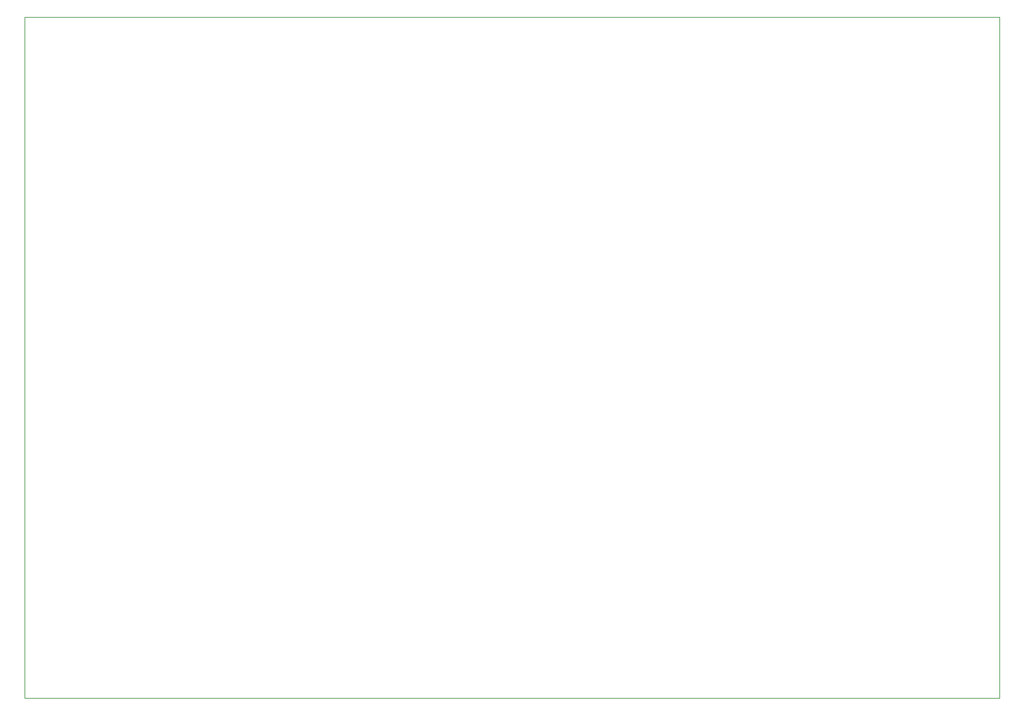
<source format=gbr>
%TF.GenerationSoftware,KiCad,Pcbnew,9.0.4*%
%TF.CreationDate,2025-12-08T23:22:33+01:00*%
%TF.ProjectId,van-obc,76616e2d-6f62-4632-9e6b-696361645f70,rev?*%
%TF.SameCoordinates,Original*%
%TF.FileFunction,Profile,NP*%
%FSLAX46Y46*%
G04 Gerber Fmt 4.6, Leading zero omitted, Abs format (unit mm)*
G04 Created by KiCad (PCBNEW 9.0.4) date 2025-12-08 23:22:33*
%MOMM*%
%LPD*%
G01*
G04 APERTURE LIST*
%TA.AperFunction,Profile*%
%ADD10C,0.050000*%
%TD*%
G04 APERTURE END LIST*
D10*
X150500000Y-27500000D02*
X150500000Y-119000000D01*
X19500000Y-119000000D02*
X19500000Y-27500000D01*
X150500000Y-119000000D02*
X19500000Y-119000000D01*
X19500000Y-27500000D02*
X150500000Y-27500000D01*
M02*

</source>
